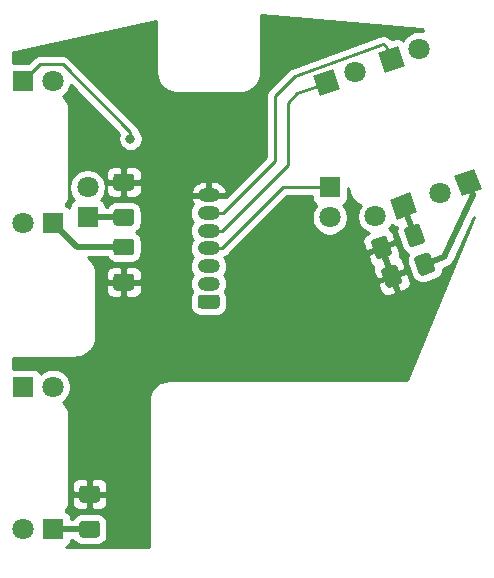
<source format=gbr>
%TF.GenerationSoftware,KiCad,Pcbnew,5.1.6-c6e7f7d~86~ubuntu18.04.1*%
%TF.CreationDate,2021-04-26T01:39:18-07:00*%
%TF.ProjectId,thumb_cluster_right,7468756d-625f-4636-9c75-737465725f72,rev?*%
%TF.SameCoordinates,Original*%
%TF.FileFunction,Copper,L2,Bot*%
%TF.FilePolarity,Positive*%
%FSLAX46Y46*%
G04 Gerber Fmt 4.6, Leading zero omitted, Abs format (unit mm)*
G04 Created by KiCad (PCBNEW 5.1.6-c6e7f7d~86~ubuntu18.04.1) date 2021-04-26 01:39:18*
%MOMM*%
%LPD*%
G01*
G04 APERTURE LIST*
%TA.AperFunction,ComponentPad*%
%ADD10C,4.500000*%
%TD*%
%TA.AperFunction,ComponentPad*%
%ADD11R,1.800000X1.800000*%
%TD*%
%TA.AperFunction,ComponentPad*%
%ADD12C,1.800000*%
%TD*%
%TA.AperFunction,ComponentPad*%
%ADD13C,0.100000*%
%TD*%
%TA.AperFunction,ComponentPad*%
%ADD14O,1.870000X1.170000*%
%TD*%
%TA.AperFunction,ViaPad*%
%ADD15C,0.800000*%
%TD*%
%TA.AperFunction,Conductor*%
%ADD16C,0.500000*%
%TD*%
%TA.AperFunction,Conductor*%
%ADD17C,0.250000*%
%TD*%
%TA.AperFunction,Conductor*%
%ADD18C,0.254000*%
%TD*%
G04 APERTURE END LIST*
D10*
%TO.P,H2,1*%
%TO.N,GND*%
X135731126Y-66312121D03*
%TD*%
%TO.P,H1,1*%
%TO.N,GND*%
X158154844Y-91366079D03*
%TD*%
%TO.P,R2,2*%
%TO.N,Net-(IR2-Pad1)*%
%TA.AperFunction,SMDPad,CuDef*%
G36*
G01*
X136195000Y-83285418D02*
X134945000Y-83285418D01*
G75*
G02*
X134695000Y-83035418I0J250000D01*
G01*
X134695000Y-82110418D01*
G75*
G02*
X134945000Y-81860418I250000J0D01*
G01*
X136195000Y-81860418D01*
G75*
G02*
X136445000Y-82110418I0J-250000D01*
G01*
X136445000Y-83035418D01*
G75*
G02*
X136195000Y-83285418I-250000J0D01*
G01*
G37*
%TD.AperFunction*%
%TO.P,R2,1*%
%TO.N,GND*%
%TA.AperFunction,SMDPad,CuDef*%
G36*
G01*
X136195000Y-86260418D02*
X134945000Y-86260418D01*
G75*
G02*
X134695000Y-86010418I0J250000D01*
G01*
X134695000Y-85085418D01*
G75*
G02*
X134945000Y-84835418I250000J0D01*
G01*
X136195000Y-84835418D01*
G75*
G02*
X136445000Y-85085418I0J-250000D01*
G01*
X136445000Y-86010418D01*
G75*
G02*
X136195000Y-86260418I-250000J0D01*
G01*
G37*
%TD.AperFunction*%
%TD*%
%TO.P,R5,2*%
%TO.N,Net-(IR5-Pad1)*%
%TA.AperFunction,SMDPad,CuDef*%
G36*
G01*
X160598432Y-84856881D02*
X160170907Y-83682265D01*
G75*
G02*
X160320325Y-83361837I234923J85505D01*
G01*
X161189540Y-83045469D01*
G75*
G02*
X161509968Y-83194887I85505J-234923D01*
G01*
X161937493Y-84369503D01*
G75*
G02*
X161788075Y-84689931I-234923J-85505D01*
G01*
X160918860Y-85006299D01*
G75*
G02*
X160598432Y-84856881I-85505J234923D01*
G01*
G37*
%TD.AperFunction*%
%TO.P,R5,1*%
%TO.N,GND*%
%TA.AperFunction,SMDPad,CuDef*%
G36*
G01*
X157802846Y-85874391D02*
X157375321Y-84699775D01*
G75*
G02*
X157524739Y-84379347I234923J85505D01*
G01*
X158393954Y-84062979D01*
G75*
G02*
X158714382Y-84212397I85505J-234923D01*
G01*
X159141907Y-85387013D01*
G75*
G02*
X158992489Y-85707441I-234923J-85505D01*
G01*
X158123274Y-86023809D01*
G75*
G02*
X157802846Y-85874391I-85505J234923D01*
G01*
G37*
%TD.AperFunction*%
%TD*%
%TO.P,R4,2*%
%TO.N,Net-(IR4-Pad1)*%
%TA.AperFunction,SMDPad,CuDef*%
G36*
G01*
X159715882Y-82432095D02*
X159288357Y-81257479D01*
G75*
G02*
X159437775Y-80937051I234923J85505D01*
G01*
X160306990Y-80620683D01*
G75*
G02*
X160627418Y-80770101I85505J-234923D01*
G01*
X161054943Y-81944717D01*
G75*
G02*
X160905525Y-82265145I-234923J-85505D01*
G01*
X160036310Y-82581513D01*
G75*
G02*
X159715882Y-82432095I-85505J234923D01*
G01*
G37*
%TD.AperFunction*%
%TO.P,R4,1*%
%TO.N,GND*%
%TA.AperFunction,SMDPad,CuDef*%
G36*
G01*
X156920296Y-83449605D02*
X156492771Y-82274989D01*
G75*
G02*
X156642189Y-81954561I234923J85505D01*
G01*
X157511404Y-81638193D01*
G75*
G02*
X157831832Y-81787611I85505J-234923D01*
G01*
X158259357Y-82962227D01*
G75*
G02*
X158109939Y-83282655I-234923J-85505D01*
G01*
X157240724Y-83599023D01*
G75*
G02*
X156920296Y-83449605I-85505J234923D01*
G01*
G37*
%TD.AperFunction*%
%TD*%
%TO.P,R3,2*%
%TO.N,Net-(IR3-Pad1)*%
%TA.AperFunction,SMDPad,CuDef*%
G36*
G01*
X134945000Y-79345000D02*
X136195000Y-79345000D01*
G75*
G02*
X136445000Y-79595000I0J-250000D01*
G01*
X136445000Y-80520000D01*
G75*
G02*
X136195000Y-80770000I-250000J0D01*
G01*
X134945000Y-80770000D01*
G75*
G02*
X134695000Y-80520000I0J250000D01*
G01*
X134695000Y-79595000D01*
G75*
G02*
X134945000Y-79345000I250000J0D01*
G01*
G37*
%TD.AperFunction*%
%TO.P,R3,1*%
%TO.N,GND*%
%TA.AperFunction,SMDPad,CuDef*%
G36*
G01*
X134945000Y-76370000D02*
X136195000Y-76370000D01*
G75*
G02*
X136445000Y-76620000I0J-250000D01*
G01*
X136445000Y-77545000D01*
G75*
G02*
X136195000Y-77795000I-250000J0D01*
G01*
X134945000Y-77795000D01*
G75*
G02*
X134695000Y-77545000I0J250000D01*
G01*
X134695000Y-76620000D01*
G75*
G02*
X134945000Y-76370000I250000J0D01*
G01*
G37*
%TD.AperFunction*%
%TD*%
%TO.P,R1,2*%
%TO.N,Net-(IR1-Pad1)*%
%TA.AperFunction,SMDPad,CuDef*%
G36*
G01*
X132045000Y-105760416D02*
X133295000Y-105760416D01*
G75*
G02*
X133545000Y-106010416I0J-250000D01*
G01*
X133545000Y-106935416D01*
G75*
G02*
X133295000Y-107185416I-250000J0D01*
G01*
X132045000Y-107185416D01*
G75*
G02*
X131795000Y-106935416I0J250000D01*
G01*
X131795000Y-106010416D01*
G75*
G02*
X132045000Y-105760416I250000J0D01*
G01*
G37*
%TD.AperFunction*%
%TO.P,R1,1*%
%TO.N,GND*%
%TA.AperFunction,SMDPad,CuDef*%
G36*
G01*
X132045000Y-102785416D02*
X133295000Y-102785416D01*
G75*
G02*
X133545000Y-103035416I0J-250000D01*
G01*
X133545000Y-103960416D01*
G75*
G02*
X133295000Y-104210416I-250000J0D01*
G01*
X132045000Y-104210416D01*
G75*
G02*
X131795000Y-103960416I0J250000D01*
G01*
X131795000Y-103035416D01*
G75*
G02*
X132045000Y-102785416I250000J0D01*
G01*
G37*
%TD.AperFunction*%
%TD*%
D11*
%TO.P,PT2,1*%
%TO.N,C2*%
X127030000Y-68524999D03*
D12*
%TO.P,PT2,2*%
%TO.N,+5V*%
X129570000Y-68524999D03*
%TD*%
%TA.AperFunction,ComponentPad*%
D13*
%TO.P,PT5,1*%
%TO.N,C5*%
G36*
X157669446Y-67826172D02*
G01*
X157053810Y-66134726D01*
X158745256Y-65519090D01*
X159360892Y-67210536D01*
X157669446Y-67826172D01*
G37*
%TD.AperFunction*%
D12*
%TO.P,PT5,2*%
%TO.N,+5V*%
X160594170Y-65803900D03*
%TD*%
%TA.AperFunction,ComponentPad*%
D13*
%TO.P,PT4,1*%
%TO.N,C4*%
G36*
X152219229Y-69809889D02*
G01*
X151603593Y-68118443D01*
X153295039Y-67502807D01*
X153910675Y-69194253D01*
X152219229Y-69809889D01*
G37*
%TD.AperFunction*%
D12*
%TO.P,PT4,2*%
%TO.N,+5V*%
X155143953Y-67787617D03*
%TD*%
D11*
%TO.P,PT3,1*%
%TO.N,C3*%
X152999999Y-77530000D03*
D12*
%TO.P,PT3,2*%
%TO.N,+5V*%
X152999999Y-80070000D03*
%TD*%
D11*
%TO.P,PT1,1*%
%TO.N,C1*%
X127030000Y-94422918D03*
D12*
%TO.P,PT1,2*%
%TO.N,+5V*%
X129570000Y-94422918D03*
%TD*%
D14*
%TO.P,J1,7*%
%TO.N,GND*%
X142750000Y-78200000D03*
%TO.P,J1,6*%
%TO.N,C5*%
X142750000Y-79700000D03*
%TO.P,J1,5*%
%TO.N,C4*%
X142750000Y-81200000D03*
%TO.P,J1,4*%
%TO.N,C3*%
X142750000Y-82700000D03*
%TO.P,J1,3*%
%TO.N,C2*%
X142750000Y-84200000D03*
%TO.P,J1,2*%
%TO.N,C1*%
X142750000Y-85700000D03*
%TO.P,J1,1*%
%TO.N,+5V*%
%TA.AperFunction,ComponentPad*%
G36*
G01*
X143435001Y-87785000D02*
X142064999Y-87785000D01*
G75*
G02*
X141815000Y-87535001I0J249999D01*
G01*
X141815000Y-86864999D01*
G75*
G02*
X142064999Y-86615000I249999J0D01*
G01*
X143435001Y-86615000D01*
G75*
G02*
X143685000Y-86864999I0J-249999D01*
G01*
X143685000Y-87535001D01*
G75*
G02*
X143435001Y-87785000I-249999J0D01*
G01*
G37*
%TD.AperFunction*%
%TD*%
D11*
%TO.P,IR2,1*%
%TO.N,Net-(IR2-Pad1)*%
X129570000Y-80574999D03*
D12*
%TO.P,IR2,2*%
%TO.N,+5V*%
X127030000Y-80574999D03*
%TD*%
%TA.AperFunction,ComponentPad*%
D13*
%TO.P,IR5,1*%
%TO.N,Net-(IR5-Pad1)*%
G36*
X165253418Y-75973655D02*
G01*
X165869054Y-77665101D01*
X164177608Y-78280737D01*
X163561972Y-76589291D01*
X165253418Y-75973655D01*
G37*
%TD.AperFunction*%
D12*
%TO.P,IR5,2*%
%TO.N,+5V*%
X162328694Y-77995927D03*
%TD*%
%TA.AperFunction,ComponentPad*%
D13*
%TO.P,IR4,1*%
%TO.N,Net-(IR4-Pad1)*%
G36*
X159803201Y-77957372D02*
G01*
X160418837Y-79648818D01*
X158727391Y-80264454D01*
X158111755Y-78573008D01*
X159803201Y-77957372D01*
G37*
%TD.AperFunction*%
D12*
%TO.P,IR4,2*%
%TO.N,+5V*%
X156878477Y-79979644D03*
%TD*%
D11*
%TO.P,IR3,1*%
%TO.N,Net-(IR3-Pad1)*%
X132500001Y-80070000D03*
D12*
%TO.P,IR3,2*%
%TO.N,+5V*%
X132500001Y-77530000D03*
%TD*%
D11*
%TO.P,IR1,1*%
%TO.N,Net-(IR1-Pad1)*%
X129570000Y-106472918D03*
D12*
%TO.P,IR1,2*%
%TO.N,+5V*%
X127030000Y-106472918D03*
%TD*%
D15*
%TO.N,C2*%
X136131126Y-73412123D03*
%TD*%
D16*
%TO.N,Net-(IR1-Pad1)*%
X129570000Y-106472918D02*
X132250000Y-106472918D01*
%TO.N,Net-(IR2-Pad1)*%
X131567920Y-82572918D02*
X135570000Y-82572918D01*
X129570000Y-80574999D02*
X131567920Y-82572918D01*
%TO.N,Net-(IR3-Pad1)*%
X134987501Y-80070000D02*
X135000001Y-80057500D01*
X132500001Y-80070000D02*
X134987501Y-80070000D01*
%TO.N,Net-(IR4-Pad1)*%
X159265296Y-79110913D02*
X160171651Y-81601098D01*
%TO.N,Net-(IR5-Pad1)*%
X164715513Y-77127196D02*
X165109624Y-78210006D01*
X162672255Y-83436960D02*
X161054199Y-84025884D01*
X165109624Y-78210006D02*
X162672255Y-83436960D01*
D17*
%TO.N,C3*%
X142750000Y-82700000D02*
X143913482Y-82700000D01*
X152999999Y-77530000D02*
X149083482Y-77530000D01*
X149083482Y-77530000D02*
X143913482Y-82700000D01*
%TO.N,C4*%
X150263299Y-69564030D02*
X150263298Y-69564029D01*
X152757134Y-68656348D02*
X150263299Y-69564030D01*
X149457134Y-70370195D02*
X150263299Y-69564030D01*
X142750000Y-81200000D02*
X143913482Y-81200000D01*
X149457134Y-75656348D02*
X149457134Y-70370195D01*
X143913482Y-81200000D02*
X149457134Y-75656348D01*
%TO.N,C5*%
X157796927Y-65545000D02*
X158207351Y-66672631D01*
X150024163Y-68125836D02*
X157497969Y-65405594D01*
X143935000Y-79700000D02*
X148357134Y-75277866D01*
X142750000Y-79700000D02*
X143935000Y-79700000D01*
X148357134Y-69792866D02*
X150024163Y-68125836D01*
X148357134Y-75277866D02*
X148357134Y-69792866D01*
X157497969Y-65405594D02*
X157796927Y-65545000D01*
%TO.N,C2*%
X127030000Y-68524999D02*
X128442878Y-67112121D01*
X130396809Y-67112121D02*
X136131126Y-72846438D01*
X128442878Y-67112121D02*
X130396809Y-67112121D01*
X136131126Y-72846438D02*
X136131126Y-73412123D01*
%TD*%
D18*
%TO.N,GND*%
G36*
X160744782Y-64138577D02*
G01*
X160827857Y-64146241D01*
X160839358Y-64149642D01*
X160849985Y-64155214D01*
X160859329Y-64162746D01*
X160867029Y-64171945D01*
X160884249Y-64203362D01*
X160920805Y-64303799D01*
X160745354Y-64268900D01*
X160442986Y-64268900D01*
X160146427Y-64327889D01*
X159867075Y-64443601D01*
X159615665Y-64611588D01*
X159401858Y-64825395D01*
X159233871Y-65076805D01*
X159224412Y-65099640D01*
X159215692Y-65088015D01*
X159122554Y-65004520D01*
X159014917Y-64940800D01*
X158896917Y-64899304D01*
X158773088Y-64881625D01*
X158648190Y-64888444D01*
X158527023Y-64919498D01*
X158321278Y-64994383D01*
X158248496Y-64929138D01*
X158248495Y-64929137D01*
X158197698Y-64899066D01*
X158119670Y-64852874D01*
X158084276Y-64840427D01*
X157852996Y-64732580D01*
X157820712Y-64713468D01*
X157679484Y-64663803D01*
X157531280Y-64642644D01*
X157531279Y-64642644D01*
X157382803Y-64650751D01*
X157381796Y-64650806D01*
X157273115Y-64678659D01*
X157273108Y-64678661D01*
X157236776Y-64687973D01*
X157202960Y-64704193D01*
X149783728Y-67404573D01*
X149731916Y-67420290D01*
X149680501Y-67447772D01*
X149627988Y-67472960D01*
X149614626Y-67482983D01*
X149599886Y-67490862D01*
X149554844Y-67527828D01*
X149508230Y-67562794D01*
X149472107Y-67603090D01*
X147846132Y-69229067D01*
X147817134Y-69252865D01*
X147793336Y-69281863D01*
X147793335Y-69281864D01*
X147722160Y-69368591D01*
X147651588Y-69500620D01*
X147621314Y-69600424D01*
X147608132Y-69643880D01*
X147603150Y-69694462D01*
X147593458Y-69792866D01*
X147597135Y-69830194D01*
X147597134Y-74963064D01*
X144185369Y-78374830D01*
X144153624Y-78327000D01*
X142877000Y-78327000D01*
X142877000Y-78347000D01*
X142623000Y-78347000D01*
X142623000Y-78327000D01*
X141346376Y-78327000D01*
X141221434Y-78515250D01*
X141224265Y-78549541D01*
X141315048Y-78772199D01*
X141434585Y-78953265D01*
X141380699Y-79018925D01*
X141267413Y-79230867D01*
X141197652Y-79460838D01*
X141174097Y-79700000D01*
X141197652Y-79939162D01*
X141267413Y-80169133D01*
X141380699Y-80381075D01*
X141437264Y-80450000D01*
X141380699Y-80518925D01*
X141267413Y-80730867D01*
X141197652Y-80960838D01*
X141174097Y-81200000D01*
X141197652Y-81439162D01*
X141267413Y-81669133D01*
X141380699Y-81881075D01*
X141437264Y-81950000D01*
X141380699Y-82018925D01*
X141267413Y-82230867D01*
X141197652Y-82460838D01*
X141174097Y-82700000D01*
X141197652Y-82939162D01*
X141267413Y-83169133D01*
X141380699Y-83381075D01*
X141437264Y-83450000D01*
X141380699Y-83518925D01*
X141267413Y-83730867D01*
X141197652Y-83960838D01*
X141174097Y-84200000D01*
X141197652Y-84439162D01*
X141267413Y-84669133D01*
X141380699Y-84881075D01*
X141437264Y-84950000D01*
X141380699Y-85018925D01*
X141267413Y-85230867D01*
X141197652Y-85460838D01*
X141174097Y-85700000D01*
X141197652Y-85939162D01*
X141267413Y-86169133D01*
X141356297Y-86335422D01*
X141326595Y-86371613D01*
X141244528Y-86525149D01*
X141193992Y-86691745D01*
X141176928Y-86864999D01*
X141176928Y-87535001D01*
X141193992Y-87708255D01*
X141244528Y-87874851D01*
X141326595Y-88028387D01*
X141437038Y-88162962D01*
X141571613Y-88273405D01*
X141725149Y-88355472D01*
X141891745Y-88406008D01*
X142064999Y-88423072D01*
X143435001Y-88423072D01*
X143608255Y-88406008D01*
X143774851Y-88355472D01*
X143928387Y-88273405D01*
X144062962Y-88162962D01*
X144173405Y-88028387D01*
X144255472Y-87874851D01*
X144306008Y-87708255D01*
X144323072Y-87535001D01*
X144323072Y-86864999D01*
X144306008Y-86691745D01*
X144255472Y-86525149D01*
X144173405Y-86371613D01*
X144143703Y-86335422D01*
X144232587Y-86169133D01*
X144302348Y-85939162D01*
X144318734Y-85772783D01*
X157090110Y-85772783D01*
X157288759Y-86327548D01*
X157342855Y-86440330D01*
X157417914Y-86540390D01*
X157511053Y-86623884D01*
X157618690Y-86687604D01*
X157736690Y-86729100D01*
X157860518Y-86746780D01*
X157985416Y-86739961D01*
X158106584Y-86708906D01*
X158506547Y-86560062D01*
X158601428Y-86356590D01*
X158182710Y-85206172D01*
X157184991Y-85569311D01*
X157090110Y-85772783D01*
X144318734Y-85772783D01*
X144325903Y-85700000D01*
X144302348Y-85460838D01*
X144232587Y-85230867D01*
X144119301Y-85018925D01*
X144062736Y-84950000D01*
X144119301Y-84881075D01*
X144232587Y-84669133D01*
X144302348Y-84439162D01*
X144325903Y-84200000D01*
X144302348Y-83960838D01*
X144232587Y-83730867D01*
X144119301Y-83518925D01*
X144062736Y-83450000D01*
X144063914Y-83448564D01*
X144205729Y-83405546D01*
X144313394Y-83347997D01*
X156207560Y-83347997D01*
X156406209Y-83902762D01*
X156460305Y-84015544D01*
X156535364Y-84115604D01*
X156628503Y-84199098D01*
X156696083Y-84239105D01*
X156670030Y-84313191D01*
X156652350Y-84437020D01*
X156659169Y-84561918D01*
X156690224Y-84683086D01*
X156894646Y-85235749D01*
X157098118Y-85330629D01*
X157678746Y-85119298D01*
X158421392Y-85119298D01*
X158840110Y-86269717D01*
X159043582Y-86364598D01*
X159445646Y-86221527D01*
X159558428Y-86167431D01*
X159658488Y-86092372D01*
X159741982Y-85999233D01*
X159805702Y-85891597D01*
X159847198Y-85773597D01*
X159864878Y-85649768D01*
X159858059Y-85524870D01*
X159827004Y-85403702D01*
X159622582Y-84851039D01*
X159419110Y-84756159D01*
X158421392Y-85119298D01*
X157678746Y-85119298D01*
X158095836Y-84967490D01*
X157718878Y-83931805D01*
X157718878Y-83931804D01*
X157300160Y-82781386D01*
X156302441Y-83144525D01*
X156207560Y-83347997D01*
X144313394Y-83347997D01*
X144337758Y-83334974D01*
X144453483Y-83240001D01*
X144477286Y-83210997D01*
X149398284Y-78290000D01*
X151461927Y-78290000D01*
X151461927Y-78430000D01*
X151474187Y-78554482D01*
X151510497Y-78674180D01*
X151569462Y-78784494D01*
X151648814Y-78881185D01*
X151745505Y-78960537D01*
X151855819Y-79019502D01*
X151874126Y-79025056D01*
X151807687Y-79091495D01*
X151639700Y-79342905D01*
X151523988Y-79622257D01*
X151464999Y-79918816D01*
X151464999Y-80221184D01*
X151523988Y-80517743D01*
X151639700Y-80797095D01*
X151807687Y-81048505D01*
X152021494Y-81262312D01*
X152272904Y-81430299D01*
X152552256Y-81546011D01*
X152848815Y-81605000D01*
X153151183Y-81605000D01*
X153447742Y-81546011D01*
X153727094Y-81430299D01*
X153978504Y-81262312D01*
X154192311Y-81048505D01*
X154360298Y-80797095D01*
X154476010Y-80517743D01*
X154534999Y-80221184D01*
X154534999Y-79918816D01*
X154476010Y-79622257D01*
X154360298Y-79342905D01*
X154192311Y-79091495D01*
X154125872Y-79025056D01*
X154144179Y-79019502D01*
X154254493Y-78960537D01*
X154351184Y-78881185D01*
X154430536Y-78784494D01*
X154489501Y-78674180D01*
X154525811Y-78554482D01*
X154538071Y-78430000D01*
X154538071Y-77613521D01*
X154729602Y-78139748D01*
X154743248Y-78168199D01*
X154745290Y-78173932D01*
X154749724Y-78183187D01*
X154835278Y-78358601D01*
X154870202Y-78415371D01*
X154904297Y-78472565D01*
X154910444Y-78480783D01*
X155028441Y-78636238D01*
X155073713Y-78685127D01*
X155118278Y-78734622D01*
X155125904Y-78741489D01*
X155271849Y-78871064D01*
X155325769Y-78910239D01*
X155379084Y-78950124D01*
X155387898Y-78955380D01*
X155556232Y-79054141D01*
X155616762Y-79082110D01*
X155628352Y-79087663D01*
X155518178Y-79252549D01*
X155402466Y-79531901D01*
X155343477Y-79828460D01*
X155343477Y-80130828D01*
X155402466Y-80427387D01*
X155518178Y-80706739D01*
X155686165Y-80958149D01*
X155899972Y-81171956D01*
X156151382Y-81339943D01*
X156299331Y-81401226D01*
X156189032Y-81440475D01*
X156076250Y-81494571D01*
X155976190Y-81569630D01*
X155892696Y-81662769D01*
X155828976Y-81770405D01*
X155787480Y-81888405D01*
X155769800Y-82012234D01*
X155776619Y-82137132D01*
X155807674Y-82258300D01*
X156012096Y-82810963D01*
X156215568Y-82905843D01*
X156796196Y-82694512D01*
X157538842Y-82694512D01*
X157915800Y-83730197D01*
X157915800Y-83730198D01*
X158334518Y-84880616D01*
X159332237Y-84517477D01*
X159427118Y-84314005D01*
X159228469Y-83759240D01*
X159174373Y-83646458D01*
X159099314Y-83546398D01*
X159006175Y-83462904D01*
X158938595Y-83422897D01*
X158964648Y-83348811D01*
X158982328Y-83224982D01*
X158975509Y-83100084D01*
X158944454Y-82978916D01*
X158740032Y-82426253D01*
X158536560Y-82331373D01*
X157538842Y-82694512D01*
X156796196Y-82694512D01*
X157213286Y-82542704D01*
X157206445Y-82523910D01*
X157445128Y-82437037D01*
X157451968Y-82455830D01*
X158449687Y-82092691D01*
X158544568Y-81889219D01*
X158345919Y-81334454D01*
X158291823Y-81221672D01*
X158216764Y-81121612D01*
X158123625Y-81038118D01*
X158040204Y-80988734D01*
X158070789Y-80958149D01*
X158238776Y-80706739D01*
X158248235Y-80683904D01*
X158256955Y-80695529D01*
X158350093Y-80779024D01*
X158457730Y-80842744D01*
X158575730Y-80884240D01*
X158682265Y-80899450D01*
X158660658Y-80960892D01*
X158636053Y-81133237D01*
X158645544Y-81307070D01*
X158688765Y-81475712D01*
X159116290Y-82650328D01*
X159191582Y-82807298D01*
X159296049Y-82946562D01*
X159425679Y-83062771D01*
X159575489Y-83151456D01*
X159630867Y-83170931D01*
X159600964Y-83221444D01*
X159543208Y-83385678D01*
X159518603Y-83558023D01*
X159528094Y-83731856D01*
X159571315Y-83900498D01*
X159998840Y-85075114D01*
X160074132Y-85232084D01*
X160178599Y-85371348D01*
X160308229Y-85487557D01*
X160458039Y-85576242D01*
X160622272Y-85633998D01*
X160794617Y-85658603D01*
X160968451Y-85649112D01*
X161137093Y-85605891D01*
X162006308Y-85289523D01*
X162163278Y-85214231D01*
X162302543Y-85109763D01*
X162418751Y-84980134D01*
X162507436Y-84830324D01*
X162565192Y-84666090D01*
X162589797Y-84493745D01*
X162585248Y-84410425D01*
X162934093Y-84283456D01*
X162976407Y-84272611D01*
X163015793Y-84253719D01*
X163015797Y-84253718D01*
X163133590Y-84197218D01*
X163273044Y-84092607D01*
X163389411Y-83962802D01*
X163435693Y-83884620D01*
X163455963Y-83850380D01*
X163455964Y-83850377D01*
X163478217Y-83812787D01*
X163492710Y-83771576D01*
X165229337Y-80047368D01*
X159580177Y-93865000D01*
X139363895Y-93865000D01*
X139332496Y-93868093D01*
X139326402Y-93868050D01*
X139316188Y-93869051D01*
X139122091Y-93889452D01*
X139056843Y-93902845D01*
X138991402Y-93915329D01*
X138981577Y-93918295D01*
X138795139Y-93976007D01*
X138733720Y-94001825D01*
X138671962Y-94026777D01*
X138662901Y-94031595D01*
X138491224Y-94124420D01*
X138435977Y-94161685D01*
X138380252Y-94198150D01*
X138372299Y-94204636D01*
X138221921Y-94329040D01*
X138174944Y-94376346D01*
X138127387Y-94422917D01*
X138120845Y-94430824D01*
X137997495Y-94582066D01*
X137960608Y-94637585D01*
X137922994Y-94692520D01*
X137918112Y-94701547D01*
X137826487Y-94873869D01*
X137801086Y-94935496D01*
X137774859Y-94996689D01*
X137771824Y-95006492D01*
X137715415Y-95193328D01*
X137702467Y-95258720D01*
X137688626Y-95323836D01*
X137687553Y-95334042D01*
X137668508Y-95528276D01*
X137668508Y-95528287D01*
X137665001Y-95563895D01*
X137665000Y-107958645D01*
X130716365Y-107961252D01*
X130824494Y-107903455D01*
X130921185Y-107824103D01*
X131000537Y-107727412D01*
X131059502Y-107617098D01*
X131095812Y-107497400D01*
X131108072Y-107372918D01*
X131108072Y-107357918D01*
X131268707Y-107357918D01*
X131306595Y-107428802D01*
X131417038Y-107563378D01*
X131551614Y-107673821D01*
X131705150Y-107755888D01*
X131871746Y-107806424D01*
X132045000Y-107823488D01*
X133295000Y-107823488D01*
X133468254Y-107806424D01*
X133634850Y-107755888D01*
X133788386Y-107673821D01*
X133922962Y-107563378D01*
X134033405Y-107428802D01*
X134115472Y-107275266D01*
X134166008Y-107108670D01*
X134183072Y-106935416D01*
X134183072Y-106010416D01*
X134166008Y-105837162D01*
X134115472Y-105670566D01*
X134033405Y-105517030D01*
X133922962Y-105382454D01*
X133788386Y-105272011D01*
X133634850Y-105189944D01*
X133468254Y-105139408D01*
X133295000Y-105122344D01*
X132045000Y-105122344D01*
X131871746Y-105139408D01*
X131705150Y-105189944D01*
X131551614Y-105272011D01*
X131417038Y-105382454D01*
X131306595Y-105517030D01*
X131268704Y-105587918D01*
X131108072Y-105587918D01*
X131108072Y-105572918D01*
X131095812Y-105448436D01*
X131059502Y-105328738D01*
X131000537Y-105218424D01*
X130921185Y-105121733D01*
X130824494Y-105042381D01*
X130714180Y-104983416D01*
X130646155Y-104962781D01*
X130664374Y-104935359D01*
X130702007Y-104880398D01*
X130706888Y-104871371D01*
X130798513Y-104699049D01*
X130823919Y-104637410D01*
X130850141Y-104576229D01*
X130853176Y-104566426D01*
X130909585Y-104379590D01*
X130922533Y-104314198D01*
X130936374Y-104249082D01*
X130937447Y-104238876D01*
X130940237Y-104210416D01*
X131156928Y-104210416D01*
X131169188Y-104334898D01*
X131205498Y-104454596D01*
X131264463Y-104564910D01*
X131343815Y-104661601D01*
X131440506Y-104740953D01*
X131550820Y-104799918D01*
X131670518Y-104836228D01*
X131795000Y-104848488D01*
X132384250Y-104845416D01*
X132543000Y-104686666D01*
X132543000Y-103624916D01*
X132797000Y-103624916D01*
X132797000Y-104686666D01*
X132955750Y-104845416D01*
X133545000Y-104848488D01*
X133669482Y-104836228D01*
X133789180Y-104799918D01*
X133899494Y-104740953D01*
X133996185Y-104661601D01*
X134075537Y-104564910D01*
X134134502Y-104454596D01*
X134170812Y-104334898D01*
X134183072Y-104210416D01*
X134180000Y-103783666D01*
X134021250Y-103624916D01*
X132797000Y-103624916D01*
X132543000Y-103624916D01*
X131318750Y-103624916D01*
X131160000Y-103783666D01*
X131156928Y-104210416D01*
X130940237Y-104210416D01*
X130956492Y-104044643D01*
X130956492Y-104044631D01*
X130959999Y-104009023D01*
X130959999Y-102785416D01*
X131156928Y-102785416D01*
X131160000Y-103212166D01*
X131318750Y-103370916D01*
X132543000Y-103370916D01*
X132543000Y-102309166D01*
X132797000Y-102309166D01*
X132797000Y-103370916D01*
X134021250Y-103370916D01*
X134180000Y-103212166D01*
X134183072Y-102785416D01*
X134170812Y-102660934D01*
X134134502Y-102541236D01*
X134075537Y-102430922D01*
X133996185Y-102334231D01*
X133899494Y-102254879D01*
X133789180Y-102195914D01*
X133669482Y-102159604D01*
X133545000Y-102147344D01*
X132955750Y-102150416D01*
X132797000Y-102309166D01*
X132543000Y-102309166D01*
X132384250Y-102150416D01*
X131795000Y-102147344D01*
X131670518Y-102159604D01*
X131550820Y-102195914D01*
X131440506Y-102254879D01*
X131343815Y-102334231D01*
X131264463Y-102430922D01*
X131205498Y-102541236D01*
X131169188Y-102660934D01*
X131156928Y-102785416D01*
X130959999Y-102785416D01*
X130959999Y-96886813D01*
X130956906Y-96855414D01*
X130956949Y-96849320D01*
X130955948Y-96839106D01*
X130935547Y-96645009D01*
X130922144Y-96579713D01*
X130909669Y-96514318D01*
X130906703Y-96504494D01*
X130848991Y-96318057D01*
X130823177Y-96256646D01*
X130798222Y-96194881D01*
X130793404Y-96185820D01*
X130793404Y-96185819D01*
X130793401Y-96185815D01*
X130700579Y-96014143D01*
X130663315Y-95958898D01*
X130626851Y-95903174D01*
X130620365Y-95895221D01*
X130495962Y-95744842D01*
X130448670Y-95697879D01*
X130439234Y-95688243D01*
X130548505Y-95615230D01*
X130762312Y-95401423D01*
X130930299Y-95150013D01*
X131046011Y-94870661D01*
X131105000Y-94574102D01*
X131105000Y-94271734D01*
X131046011Y-93975175D01*
X130930299Y-93695823D01*
X130762312Y-93444413D01*
X130548505Y-93230606D01*
X130297095Y-93062619D01*
X130017743Y-92946907D01*
X129721184Y-92887918D01*
X129418816Y-92887918D01*
X129122257Y-92946907D01*
X128842905Y-93062619D01*
X128591495Y-93230606D01*
X128525056Y-93297045D01*
X128519502Y-93278738D01*
X128460537Y-93168424D01*
X128381185Y-93071733D01*
X128284494Y-92992381D01*
X128174180Y-92933416D01*
X128054482Y-92897106D01*
X127930000Y-92884846D01*
X126210000Y-92884846D01*
X126210000Y-91933959D01*
X131511106Y-91933959D01*
X131542505Y-91930866D01*
X131548599Y-91930909D01*
X131558813Y-91929908D01*
X131752909Y-91909507D01*
X131818150Y-91896115D01*
X131883599Y-91883630D01*
X131893424Y-91880664D01*
X132079862Y-91822952D01*
X132141314Y-91797120D01*
X132203041Y-91772180D01*
X132212103Y-91767363D01*
X132383780Y-91674537D01*
X132439061Y-91637249D01*
X132494748Y-91600808D01*
X132502701Y-91594323D01*
X132653078Y-91469920D01*
X132700056Y-91422613D01*
X132747613Y-91376042D01*
X132754155Y-91368135D01*
X132877506Y-91216892D01*
X132914405Y-91161355D01*
X132952009Y-91106435D01*
X132956884Y-91097419D01*
X132956888Y-91097413D01*
X132956890Y-91097407D01*
X133048514Y-90925086D01*
X133073912Y-90863465D01*
X133100141Y-90802269D01*
X133103176Y-90792466D01*
X133159585Y-90605630D01*
X133172533Y-90540238D01*
X133186374Y-90475122D01*
X133187447Y-90464916D01*
X133206492Y-90270683D01*
X133206492Y-90270682D01*
X133210000Y-90235064D01*
X133210000Y-86260418D01*
X134056928Y-86260418D01*
X134069188Y-86384900D01*
X134105498Y-86504598D01*
X134164463Y-86614912D01*
X134243815Y-86711603D01*
X134340506Y-86790955D01*
X134450820Y-86849920D01*
X134570518Y-86886230D01*
X134695000Y-86898490D01*
X135284250Y-86895418D01*
X135443000Y-86736668D01*
X135443000Y-85674918D01*
X135697000Y-85674918D01*
X135697000Y-86736668D01*
X135855750Y-86895418D01*
X136445000Y-86898490D01*
X136569482Y-86886230D01*
X136689180Y-86849920D01*
X136799494Y-86790955D01*
X136896185Y-86711603D01*
X136975537Y-86614912D01*
X137034502Y-86504598D01*
X137070812Y-86384900D01*
X137083072Y-86260418D01*
X137080000Y-85833668D01*
X136921250Y-85674918D01*
X135697000Y-85674918D01*
X135443000Y-85674918D01*
X134218750Y-85674918D01*
X134060000Y-85833668D01*
X134056928Y-86260418D01*
X133210000Y-86260418D01*
X133210000Y-84835418D01*
X134056928Y-84835418D01*
X134060000Y-85262168D01*
X134218750Y-85420918D01*
X135443000Y-85420918D01*
X135443000Y-84359168D01*
X135697000Y-84359168D01*
X135697000Y-85420918D01*
X136921250Y-85420918D01*
X137080000Y-85262168D01*
X137083072Y-84835418D01*
X137070812Y-84710936D01*
X137034502Y-84591238D01*
X136975537Y-84480924D01*
X136896185Y-84384233D01*
X136799494Y-84304881D01*
X136689180Y-84245916D01*
X136569482Y-84209606D01*
X136445000Y-84197346D01*
X135855750Y-84200418D01*
X135697000Y-84359168D01*
X135443000Y-84359168D01*
X135284250Y-84200418D01*
X134695000Y-84197346D01*
X134570518Y-84209606D01*
X134450820Y-84245916D01*
X134340506Y-84304881D01*
X134243815Y-84384233D01*
X134164463Y-84480924D01*
X134105498Y-84591238D01*
X134069188Y-84710936D01*
X134056928Y-84835418D01*
X133210000Y-84835418D01*
X133210000Y-84762854D01*
X133206907Y-84731455D01*
X133206950Y-84725361D01*
X133205949Y-84715147D01*
X133185548Y-84521050D01*
X133172155Y-84455802D01*
X133159671Y-84390361D01*
X133156705Y-84380536D01*
X133098993Y-84194098D01*
X133073175Y-84132679D01*
X133048223Y-84070921D01*
X133043405Y-84061860D01*
X132950580Y-83890183D01*
X132913315Y-83834936D01*
X132876850Y-83779211D01*
X132870364Y-83771258D01*
X132745960Y-83620880D01*
X132698654Y-83573903D01*
X132652083Y-83526346D01*
X132644176Y-83519804D01*
X132568296Y-83457918D01*
X134168706Y-83457918D01*
X134206595Y-83528804D01*
X134317038Y-83663380D01*
X134451614Y-83773823D01*
X134605150Y-83855890D01*
X134771746Y-83906426D01*
X134945000Y-83923490D01*
X136195000Y-83923490D01*
X136368254Y-83906426D01*
X136534850Y-83855890D01*
X136688386Y-83773823D01*
X136822962Y-83663380D01*
X136933405Y-83528804D01*
X137015472Y-83375268D01*
X137066008Y-83208672D01*
X137083072Y-83035418D01*
X137083072Y-82110418D01*
X137066008Y-81937164D01*
X137015472Y-81770568D01*
X136933405Y-81617032D01*
X136822962Y-81482456D01*
X136688386Y-81372013D01*
X136582114Y-81315209D01*
X136688386Y-81258405D01*
X136822962Y-81147962D01*
X136933405Y-81013386D01*
X137015472Y-80859850D01*
X137066008Y-80693254D01*
X137083072Y-80520000D01*
X137083072Y-79595000D01*
X137066008Y-79421746D01*
X137015472Y-79255150D01*
X136933405Y-79101614D01*
X136822962Y-78967038D01*
X136688386Y-78856595D01*
X136534850Y-78774528D01*
X136368254Y-78723992D01*
X136195000Y-78706928D01*
X134945000Y-78706928D01*
X134771746Y-78723992D01*
X134605150Y-78774528D01*
X134451614Y-78856595D01*
X134317038Y-78967038D01*
X134206595Y-79101614D01*
X134162024Y-79185000D01*
X134038073Y-79185000D01*
X134038073Y-79170000D01*
X134025813Y-79045518D01*
X133989503Y-78925820D01*
X133930538Y-78815506D01*
X133851186Y-78718815D01*
X133754495Y-78639463D01*
X133644181Y-78580498D01*
X133625874Y-78574944D01*
X133692313Y-78508505D01*
X133860300Y-78257095D01*
X133976012Y-77977743D01*
X134012361Y-77795000D01*
X134056928Y-77795000D01*
X134069188Y-77919482D01*
X134105498Y-78039180D01*
X134164463Y-78149494D01*
X134243815Y-78246185D01*
X134340506Y-78325537D01*
X134450820Y-78384502D01*
X134570518Y-78420812D01*
X134695000Y-78433072D01*
X135284250Y-78430000D01*
X135443000Y-78271250D01*
X135443000Y-77209500D01*
X135697000Y-77209500D01*
X135697000Y-78271250D01*
X135855750Y-78430000D01*
X136445000Y-78433072D01*
X136569482Y-78420812D01*
X136689180Y-78384502D01*
X136799494Y-78325537D01*
X136896185Y-78246185D01*
X136975537Y-78149494D01*
X137034502Y-78039180D01*
X137070812Y-77919482D01*
X137074232Y-77884750D01*
X141221434Y-77884750D01*
X141346376Y-78073000D01*
X142623000Y-78073000D01*
X142623000Y-76980000D01*
X142877000Y-76980000D01*
X142877000Y-78073000D01*
X144153624Y-78073000D01*
X144278566Y-77884750D01*
X144275735Y-77850459D01*
X144184952Y-77627801D01*
X144052474Y-77427132D01*
X143883393Y-77256164D01*
X143684207Y-77121467D01*
X143462570Y-77028218D01*
X143227000Y-76980000D01*
X142877000Y-76980000D01*
X142623000Y-76980000D01*
X142273000Y-76980000D01*
X142037430Y-77028218D01*
X141815793Y-77121467D01*
X141616607Y-77256164D01*
X141447526Y-77427132D01*
X141315048Y-77627801D01*
X141224265Y-77850459D01*
X141221434Y-77884750D01*
X137074232Y-77884750D01*
X137083072Y-77795000D01*
X137080000Y-77368250D01*
X136921250Y-77209500D01*
X135697000Y-77209500D01*
X135443000Y-77209500D01*
X134218750Y-77209500D01*
X134060000Y-77368250D01*
X134056928Y-77795000D01*
X134012361Y-77795000D01*
X134035001Y-77681184D01*
X134035001Y-77378816D01*
X133976012Y-77082257D01*
X133860300Y-76802905D01*
X133692313Y-76551495D01*
X133510818Y-76370000D01*
X134056928Y-76370000D01*
X134060000Y-76796750D01*
X134218750Y-76955500D01*
X135443000Y-76955500D01*
X135443000Y-75893750D01*
X135697000Y-75893750D01*
X135697000Y-76955500D01*
X136921250Y-76955500D01*
X137080000Y-76796750D01*
X137083072Y-76370000D01*
X137070812Y-76245518D01*
X137034502Y-76125820D01*
X136975537Y-76015506D01*
X136896185Y-75918815D01*
X136799494Y-75839463D01*
X136689180Y-75780498D01*
X136569482Y-75744188D01*
X136445000Y-75731928D01*
X135855750Y-75735000D01*
X135697000Y-75893750D01*
X135443000Y-75893750D01*
X135284250Y-75735000D01*
X134695000Y-75731928D01*
X134570518Y-75744188D01*
X134450820Y-75780498D01*
X134340506Y-75839463D01*
X134243815Y-75918815D01*
X134164463Y-76015506D01*
X134105498Y-76125820D01*
X134069188Y-76245518D01*
X134056928Y-76370000D01*
X133510818Y-76370000D01*
X133478506Y-76337688D01*
X133227096Y-76169701D01*
X132947744Y-76053989D01*
X132651185Y-75995000D01*
X132348817Y-75995000D01*
X132052258Y-76053989D01*
X131772906Y-76169701D01*
X131521496Y-76337688D01*
X131307689Y-76551495D01*
X131139702Y-76802905D01*
X131023990Y-77082257D01*
X130965001Y-77378816D01*
X130965001Y-77681184D01*
X131023990Y-77977743D01*
X131139702Y-78257095D01*
X131307689Y-78508505D01*
X131374128Y-78574944D01*
X131355821Y-78580498D01*
X131245507Y-78639463D01*
X131148816Y-78718815D01*
X131069464Y-78815506D01*
X131010499Y-78925820D01*
X130974189Y-79045518D01*
X130961929Y-79170000D01*
X130961929Y-79273461D01*
X130921185Y-79223814D01*
X130824494Y-79144462D01*
X130714180Y-79085497D01*
X130646154Y-79064862D01*
X130664406Y-79037391D01*
X130702005Y-78982479D01*
X130706883Y-78973457D01*
X130706888Y-78973450D01*
X130706891Y-78973442D01*
X130798511Y-78801131D01*
X130823914Y-78739499D01*
X130850140Y-78678310D01*
X130853175Y-78668507D01*
X130909584Y-78481671D01*
X130922532Y-78416279D01*
X130936373Y-78351163D01*
X130937446Y-78340957D01*
X130956319Y-78148481D01*
X130960000Y-78111104D01*
X130960000Y-70988894D01*
X130956907Y-70957495D01*
X130956950Y-70951401D01*
X130955949Y-70941187D01*
X130935548Y-70747090D01*
X130922155Y-70681842D01*
X130909671Y-70616401D01*
X130906705Y-70606576D01*
X130848993Y-70420138D01*
X130823156Y-70358675D01*
X130798221Y-70296959D01*
X130793404Y-70287898D01*
X130700578Y-70116220D01*
X130663290Y-70060939D01*
X130626849Y-70005252D01*
X130620364Y-69997299D01*
X130495961Y-69846922D01*
X130448654Y-69799944D01*
X130439233Y-69790324D01*
X130548505Y-69717311D01*
X130762312Y-69503504D01*
X130930299Y-69252094D01*
X131046011Y-68972742D01*
X131068677Y-68858790D01*
X135189854Y-72979968D01*
X135135900Y-73110225D01*
X135096126Y-73310184D01*
X135096126Y-73514062D01*
X135135900Y-73714021D01*
X135213921Y-73902379D01*
X135327189Y-74071897D01*
X135471352Y-74216060D01*
X135640870Y-74329328D01*
X135829228Y-74407349D01*
X136029187Y-74447123D01*
X136233065Y-74447123D01*
X136433024Y-74407349D01*
X136621382Y-74329328D01*
X136790900Y-74216060D01*
X136935063Y-74071897D01*
X137048331Y-73902379D01*
X137126352Y-73714021D01*
X137166126Y-73514062D01*
X137166126Y-73310184D01*
X137126352Y-73110225D01*
X137048331Y-72921867D01*
X136935063Y-72752349D01*
X136880113Y-72697399D01*
X136836672Y-72554191D01*
X136766100Y-72422162D01*
X136671127Y-72306437D01*
X136642130Y-72282640D01*
X130960613Y-66601124D01*
X130936810Y-66572120D01*
X130821085Y-66477147D01*
X130689056Y-66406575D01*
X130545795Y-66363118D01*
X130434142Y-66352121D01*
X130434131Y-66352121D01*
X130396809Y-66348445D01*
X130359487Y-66352121D01*
X128480200Y-66352121D01*
X128442877Y-66348445D01*
X128405554Y-66352121D01*
X128405545Y-66352121D01*
X128293892Y-66363118D01*
X128150631Y-66406575D01*
X128018602Y-66477147D01*
X127902877Y-66572120D01*
X127879079Y-66601118D01*
X127493270Y-66986927D01*
X126210448Y-66986927D01*
X126213745Y-66142685D01*
X126213703Y-66142242D01*
X126213834Y-66093838D01*
X126216197Y-66082069D01*
X126220797Y-66070995D01*
X126227464Y-66061017D01*
X126235943Y-66052526D01*
X126245908Y-66045843D01*
X126256979Y-66041224D01*
X126303308Y-66031844D01*
X126332720Y-66028449D01*
X138315001Y-63435564D01*
X138315000Y-67836104D01*
X138318093Y-67867503D01*
X138318050Y-67873598D01*
X138319051Y-67883812D01*
X138339452Y-68077908D01*
X138352844Y-68143149D01*
X138365329Y-68208598D01*
X138368295Y-68218423D01*
X138426007Y-68404861D01*
X138451831Y-68466293D01*
X138476777Y-68528037D01*
X138481595Y-68537099D01*
X138574420Y-68708775D01*
X138611657Y-68763982D01*
X138648150Y-68819748D01*
X138654636Y-68827701D01*
X138779039Y-68978078D01*
X138826346Y-69025056D01*
X138872917Y-69072613D01*
X138880824Y-69079155D01*
X139032066Y-69202505D01*
X139087559Y-69239374D01*
X139142520Y-69277007D01*
X139151547Y-69281888D01*
X139323869Y-69373513D01*
X139385508Y-69398919D01*
X139446689Y-69425141D01*
X139456492Y-69428176D01*
X139643328Y-69484585D01*
X139708720Y-69497533D01*
X139773836Y-69511374D01*
X139784042Y-69512447D01*
X139978275Y-69531492D01*
X139978277Y-69531492D01*
X140013895Y-69535000D01*
X145486105Y-69535000D01*
X145517504Y-69531907D01*
X145523598Y-69531950D01*
X145533812Y-69530949D01*
X145727908Y-69510548D01*
X145793149Y-69497156D01*
X145858598Y-69484671D01*
X145868423Y-69481705D01*
X146054861Y-69423993D01*
X146116293Y-69398169D01*
X146178037Y-69373223D01*
X146187099Y-69368405D01*
X146358775Y-69275580D01*
X146413982Y-69238343D01*
X146469748Y-69201850D01*
X146477701Y-69195364D01*
X146628078Y-69070961D01*
X146675056Y-69023654D01*
X146722613Y-68977083D01*
X146729155Y-68969176D01*
X146852505Y-68817934D01*
X146889374Y-68762441D01*
X146927007Y-68707480D01*
X146931888Y-68698453D01*
X147023513Y-68526131D01*
X147048919Y-68464492D01*
X147075141Y-68403311D01*
X147078176Y-68393508D01*
X147134585Y-68206672D01*
X147147533Y-68141280D01*
X147161374Y-68076164D01*
X147162447Y-68065958D01*
X147181492Y-67871725D01*
X147181492Y-67871723D01*
X147185000Y-67836105D01*
X147185000Y-62922746D01*
X160744782Y-64138577D01*
G37*
X160744782Y-64138577D02*
X160827857Y-64146241D01*
X160839358Y-64149642D01*
X160849985Y-64155214D01*
X160859329Y-64162746D01*
X160867029Y-64171945D01*
X160884249Y-64203362D01*
X160920805Y-64303799D01*
X160745354Y-64268900D01*
X160442986Y-64268900D01*
X160146427Y-64327889D01*
X159867075Y-64443601D01*
X159615665Y-64611588D01*
X159401858Y-64825395D01*
X159233871Y-65076805D01*
X159224412Y-65099640D01*
X159215692Y-65088015D01*
X159122554Y-65004520D01*
X159014917Y-64940800D01*
X158896917Y-64899304D01*
X158773088Y-64881625D01*
X158648190Y-64888444D01*
X158527023Y-64919498D01*
X158321278Y-64994383D01*
X158248496Y-64929138D01*
X158248495Y-64929137D01*
X158197698Y-64899066D01*
X158119670Y-64852874D01*
X158084276Y-64840427D01*
X157852996Y-64732580D01*
X157820712Y-64713468D01*
X157679484Y-64663803D01*
X157531280Y-64642644D01*
X157531279Y-64642644D01*
X157382803Y-64650751D01*
X157381796Y-64650806D01*
X157273115Y-64678659D01*
X157273108Y-64678661D01*
X157236776Y-64687973D01*
X157202960Y-64704193D01*
X149783728Y-67404573D01*
X149731916Y-67420290D01*
X149680501Y-67447772D01*
X149627988Y-67472960D01*
X149614626Y-67482983D01*
X149599886Y-67490862D01*
X149554844Y-67527828D01*
X149508230Y-67562794D01*
X149472107Y-67603090D01*
X147846132Y-69229067D01*
X147817134Y-69252865D01*
X147793336Y-69281863D01*
X147793335Y-69281864D01*
X147722160Y-69368591D01*
X147651588Y-69500620D01*
X147621314Y-69600424D01*
X147608132Y-69643880D01*
X147603150Y-69694462D01*
X147593458Y-69792866D01*
X147597135Y-69830194D01*
X147597134Y-74963064D01*
X144185369Y-78374830D01*
X144153624Y-78327000D01*
X142877000Y-78327000D01*
X142877000Y-78347000D01*
X142623000Y-78347000D01*
X142623000Y-78327000D01*
X141346376Y-78327000D01*
X141221434Y-78515250D01*
X141224265Y-78549541D01*
X141315048Y-78772199D01*
X141434585Y-78953265D01*
X141380699Y-79018925D01*
X141267413Y-79230867D01*
X141197652Y-79460838D01*
X141174097Y-79700000D01*
X141197652Y-79939162D01*
X141267413Y-80169133D01*
X141380699Y-80381075D01*
X141437264Y-80450000D01*
X141380699Y-80518925D01*
X141267413Y-80730867D01*
X141197652Y-80960838D01*
X141174097Y-81200000D01*
X141197652Y-81439162D01*
X141267413Y-81669133D01*
X141380699Y-81881075D01*
X141437264Y-81950000D01*
X141380699Y-82018925D01*
X141267413Y-82230867D01*
X141197652Y-82460838D01*
X141174097Y-82700000D01*
X141197652Y-82939162D01*
X141267413Y-83169133D01*
X141380699Y-83381075D01*
X141437264Y-83450000D01*
X141380699Y-83518925D01*
X141267413Y-83730867D01*
X141197652Y-83960838D01*
X141174097Y-84200000D01*
X141197652Y-84439162D01*
X141267413Y-84669133D01*
X141380699Y-84881075D01*
X141437264Y-84950000D01*
X141380699Y-85018925D01*
X141267413Y-85230867D01*
X141197652Y-85460838D01*
X141174097Y-85700000D01*
X141197652Y-85939162D01*
X141267413Y-86169133D01*
X141356297Y-86335422D01*
X141326595Y-86371613D01*
X141244528Y-86525149D01*
X141193992Y-86691745D01*
X141176928Y-86864999D01*
X141176928Y-87535001D01*
X141193992Y-87708255D01*
X141244528Y-87874851D01*
X141326595Y-88028387D01*
X141437038Y-88162962D01*
X141571613Y-88273405D01*
X141725149Y-88355472D01*
X141891745Y-88406008D01*
X142064999Y-88423072D01*
X143435001Y-88423072D01*
X143608255Y-88406008D01*
X143774851Y-88355472D01*
X143928387Y-88273405D01*
X144062962Y-88162962D01*
X144173405Y-88028387D01*
X144255472Y-87874851D01*
X144306008Y-87708255D01*
X144323072Y-87535001D01*
X144323072Y-86864999D01*
X144306008Y-86691745D01*
X144255472Y-86525149D01*
X144173405Y-86371613D01*
X144143703Y-86335422D01*
X144232587Y-86169133D01*
X144302348Y-85939162D01*
X144318734Y-85772783D01*
X157090110Y-85772783D01*
X157288759Y-86327548D01*
X157342855Y-86440330D01*
X157417914Y-86540390D01*
X157511053Y-86623884D01*
X157618690Y-86687604D01*
X157736690Y-86729100D01*
X157860518Y-86746780D01*
X157985416Y-86739961D01*
X158106584Y-86708906D01*
X158506547Y-86560062D01*
X158601428Y-86356590D01*
X158182710Y-85206172D01*
X157184991Y-85569311D01*
X157090110Y-85772783D01*
X144318734Y-85772783D01*
X144325903Y-85700000D01*
X144302348Y-85460838D01*
X144232587Y-85230867D01*
X144119301Y-85018925D01*
X144062736Y-84950000D01*
X144119301Y-84881075D01*
X144232587Y-84669133D01*
X144302348Y-84439162D01*
X144325903Y-84200000D01*
X144302348Y-83960838D01*
X144232587Y-83730867D01*
X144119301Y-83518925D01*
X144062736Y-83450000D01*
X144063914Y-83448564D01*
X144205729Y-83405546D01*
X144313394Y-83347997D01*
X156207560Y-83347997D01*
X156406209Y-83902762D01*
X156460305Y-84015544D01*
X156535364Y-84115604D01*
X156628503Y-84199098D01*
X156696083Y-84239105D01*
X156670030Y-84313191D01*
X156652350Y-84437020D01*
X156659169Y-84561918D01*
X156690224Y-84683086D01*
X156894646Y-85235749D01*
X157098118Y-85330629D01*
X157678746Y-85119298D01*
X158421392Y-85119298D01*
X158840110Y-86269717D01*
X159043582Y-86364598D01*
X159445646Y-86221527D01*
X159558428Y-86167431D01*
X159658488Y-86092372D01*
X159741982Y-85999233D01*
X159805702Y-85891597D01*
X159847198Y-85773597D01*
X159864878Y-85649768D01*
X159858059Y-85524870D01*
X159827004Y-85403702D01*
X159622582Y-84851039D01*
X159419110Y-84756159D01*
X158421392Y-85119298D01*
X157678746Y-85119298D01*
X158095836Y-84967490D01*
X157718878Y-83931805D01*
X157718878Y-83931804D01*
X157300160Y-82781386D01*
X156302441Y-83144525D01*
X156207560Y-83347997D01*
X144313394Y-83347997D01*
X144337758Y-83334974D01*
X144453483Y-83240001D01*
X144477286Y-83210997D01*
X149398284Y-78290000D01*
X151461927Y-78290000D01*
X151461927Y-78430000D01*
X151474187Y-78554482D01*
X151510497Y-78674180D01*
X151569462Y-78784494D01*
X151648814Y-78881185D01*
X151745505Y-78960537D01*
X151855819Y-79019502D01*
X151874126Y-79025056D01*
X151807687Y-79091495D01*
X151639700Y-79342905D01*
X151523988Y-79622257D01*
X151464999Y-79918816D01*
X151464999Y-80221184D01*
X151523988Y-80517743D01*
X151639700Y-80797095D01*
X151807687Y-81048505D01*
X152021494Y-81262312D01*
X152272904Y-81430299D01*
X152552256Y-81546011D01*
X152848815Y-81605000D01*
X153151183Y-81605000D01*
X153447742Y-81546011D01*
X153727094Y-81430299D01*
X153978504Y-81262312D01*
X154192311Y-81048505D01*
X154360298Y-80797095D01*
X154476010Y-80517743D01*
X154534999Y-80221184D01*
X154534999Y-79918816D01*
X154476010Y-79622257D01*
X154360298Y-79342905D01*
X154192311Y-79091495D01*
X154125872Y-79025056D01*
X154144179Y-79019502D01*
X154254493Y-78960537D01*
X154351184Y-78881185D01*
X154430536Y-78784494D01*
X154489501Y-78674180D01*
X154525811Y-78554482D01*
X154538071Y-78430000D01*
X154538071Y-77613521D01*
X154729602Y-78139748D01*
X154743248Y-78168199D01*
X154745290Y-78173932D01*
X154749724Y-78183187D01*
X154835278Y-78358601D01*
X154870202Y-78415371D01*
X154904297Y-78472565D01*
X154910444Y-78480783D01*
X155028441Y-78636238D01*
X155073713Y-78685127D01*
X155118278Y-78734622D01*
X155125904Y-78741489D01*
X155271849Y-78871064D01*
X155325769Y-78910239D01*
X155379084Y-78950124D01*
X155387898Y-78955380D01*
X155556232Y-79054141D01*
X155616762Y-79082110D01*
X155628352Y-79087663D01*
X155518178Y-79252549D01*
X155402466Y-79531901D01*
X155343477Y-79828460D01*
X155343477Y-80130828D01*
X155402466Y-80427387D01*
X155518178Y-80706739D01*
X155686165Y-80958149D01*
X155899972Y-81171956D01*
X156151382Y-81339943D01*
X156299331Y-81401226D01*
X156189032Y-81440475D01*
X156076250Y-81494571D01*
X155976190Y-81569630D01*
X155892696Y-81662769D01*
X155828976Y-81770405D01*
X155787480Y-81888405D01*
X155769800Y-82012234D01*
X155776619Y-82137132D01*
X155807674Y-82258300D01*
X156012096Y-82810963D01*
X156215568Y-82905843D01*
X156796196Y-82694512D01*
X157538842Y-82694512D01*
X157915800Y-83730197D01*
X157915800Y-83730198D01*
X158334518Y-84880616D01*
X159332237Y-84517477D01*
X159427118Y-84314005D01*
X159228469Y-83759240D01*
X159174373Y-83646458D01*
X159099314Y-83546398D01*
X159006175Y-83462904D01*
X158938595Y-83422897D01*
X158964648Y-83348811D01*
X158982328Y-83224982D01*
X158975509Y-83100084D01*
X158944454Y-82978916D01*
X158740032Y-82426253D01*
X158536560Y-82331373D01*
X157538842Y-82694512D01*
X156796196Y-82694512D01*
X157213286Y-82542704D01*
X157206445Y-82523910D01*
X157445128Y-82437037D01*
X157451968Y-82455830D01*
X158449687Y-82092691D01*
X158544568Y-81889219D01*
X158345919Y-81334454D01*
X158291823Y-81221672D01*
X158216764Y-81121612D01*
X158123625Y-81038118D01*
X158040204Y-80988734D01*
X158070789Y-80958149D01*
X158238776Y-80706739D01*
X158248235Y-80683904D01*
X158256955Y-80695529D01*
X158350093Y-80779024D01*
X158457730Y-80842744D01*
X158575730Y-80884240D01*
X158682265Y-80899450D01*
X158660658Y-80960892D01*
X158636053Y-81133237D01*
X158645544Y-81307070D01*
X158688765Y-81475712D01*
X159116290Y-82650328D01*
X159191582Y-82807298D01*
X159296049Y-82946562D01*
X159425679Y-83062771D01*
X159575489Y-83151456D01*
X159630867Y-83170931D01*
X159600964Y-83221444D01*
X159543208Y-83385678D01*
X159518603Y-83558023D01*
X159528094Y-83731856D01*
X159571315Y-83900498D01*
X159998840Y-85075114D01*
X160074132Y-85232084D01*
X160178599Y-85371348D01*
X160308229Y-85487557D01*
X160458039Y-85576242D01*
X160622272Y-85633998D01*
X160794617Y-85658603D01*
X160968451Y-85649112D01*
X161137093Y-85605891D01*
X162006308Y-85289523D01*
X162163278Y-85214231D01*
X162302543Y-85109763D01*
X162418751Y-84980134D01*
X162507436Y-84830324D01*
X162565192Y-84666090D01*
X162589797Y-84493745D01*
X162585248Y-84410425D01*
X162934093Y-84283456D01*
X162976407Y-84272611D01*
X163015793Y-84253719D01*
X163015797Y-84253718D01*
X163133590Y-84197218D01*
X163273044Y-84092607D01*
X163389411Y-83962802D01*
X163435693Y-83884620D01*
X163455963Y-83850380D01*
X163455964Y-83850377D01*
X163478217Y-83812787D01*
X163492710Y-83771576D01*
X165229337Y-80047368D01*
X159580177Y-93865000D01*
X139363895Y-93865000D01*
X139332496Y-93868093D01*
X139326402Y-93868050D01*
X139316188Y-93869051D01*
X139122091Y-93889452D01*
X139056843Y-93902845D01*
X138991402Y-93915329D01*
X138981577Y-93918295D01*
X138795139Y-93976007D01*
X138733720Y-94001825D01*
X138671962Y-94026777D01*
X138662901Y-94031595D01*
X138491224Y-94124420D01*
X138435977Y-94161685D01*
X138380252Y-94198150D01*
X138372299Y-94204636D01*
X138221921Y-94329040D01*
X138174944Y-94376346D01*
X138127387Y-94422917D01*
X138120845Y-94430824D01*
X137997495Y-94582066D01*
X137960608Y-94637585D01*
X137922994Y-94692520D01*
X137918112Y-94701547D01*
X137826487Y-94873869D01*
X137801086Y-94935496D01*
X137774859Y-94996689D01*
X137771824Y-95006492D01*
X137715415Y-95193328D01*
X137702467Y-95258720D01*
X137688626Y-95323836D01*
X137687553Y-95334042D01*
X137668508Y-95528276D01*
X137668508Y-95528287D01*
X137665001Y-95563895D01*
X137665000Y-107958645D01*
X130716365Y-107961252D01*
X130824494Y-107903455D01*
X130921185Y-107824103D01*
X131000537Y-107727412D01*
X131059502Y-107617098D01*
X131095812Y-107497400D01*
X131108072Y-107372918D01*
X131108072Y-107357918D01*
X131268707Y-107357918D01*
X131306595Y-107428802D01*
X131417038Y-107563378D01*
X131551614Y-107673821D01*
X131705150Y-107755888D01*
X131871746Y-107806424D01*
X132045000Y-107823488D01*
X133295000Y-107823488D01*
X133468254Y-107806424D01*
X133634850Y-107755888D01*
X133788386Y-107673821D01*
X133922962Y-107563378D01*
X134033405Y-107428802D01*
X134115472Y-107275266D01*
X134166008Y-107108670D01*
X134183072Y-106935416D01*
X134183072Y-106010416D01*
X134166008Y-105837162D01*
X134115472Y-105670566D01*
X134033405Y-105517030D01*
X133922962Y-105382454D01*
X133788386Y-105272011D01*
X133634850Y-105189944D01*
X133468254Y-105139408D01*
X133295000Y-105122344D01*
X132045000Y-105122344D01*
X131871746Y-105139408D01*
X131705150Y-105189944D01*
X131551614Y-105272011D01*
X131417038Y-105382454D01*
X131306595Y-105517030D01*
X131268704Y-105587918D01*
X131108072Y-105587918D01*
X131108072Y-105572918D01*
X131095812Y-105448436D01*
X131059502Y-105328738D01*
X131000537Y-105218424D01*
X130921185Y-105121733D01*
X130824494Y-105042381D01*
X130714180Y-104983416D01*
X130646155Y-104962781D01*
X130664374Y-104935359D01*
X130702007Y-104880398D01*
X130706888Y-104871371D01*
X130798513Y-104699049D01*
X130823919Y-104637410D01*
X130850141Y-104576229D01*
X130853176Y-104566426D01*
X130909585Y-104379590D01*
X130922533Y-104314198D01*
X130936374Y-104249082D01*
X130937447Y-104238876D01*
X130940237Y-104210416D01*
X131156928Y-104210416D01*
X131169188Y-104334898D01*
X131205498Y-104454596D01*
X131264463Y-104564910D01*
X131343815Y-104661601D01*
X131440506Y-104740953D01*
X131550820Y-104799918D01*
X131670518Y-104836228D01*
X131795000Y-104848488D01*
X132384250Y-104845416D01*
X132543000Y-104686666D01*
X132543000Y-103624916D01*
X132797000Y-103624916D01*
X132797000Y-104686666D01*
X132955750Y-104845416D01*
X133545000Y-104848488D01*
X133669482Y-104836228D01*
X133789180Y-104799918D01*
X133899494Y-104740953D01*
X133996185Y-104661601D01*
X134075537Y-104564910D01*
X134134502Y-104454596D01*
X134170812Y-104334898D01*
X134183072Y-104210416D01*
X134180000Y-103783666D01*
X134021250Y-103624916D01*
X132797000Y-103624916D01*
X132543000Y-103624916D01*
X131318750Y-103624916D01*
X131160000Y-103783666D01*
X131156928Y-104210416D01*
X130940237Y-104210416D01*
X130956492Y-104044643D01*
X130956492Y-104044631D01*
X130959999Y-104009023D01*
X130959999Y-102785416D01*
X131156928Y-102785416D01*
X131160000Y-103212166D01*
X131318750Y-103370916D01*
X132543000Y-103370916D01*
X132543000Y-102309166D01*
X132797000Y-102309166D01*
X132797000Y-103370916D01*
X134021250Y-103370916D01*
X134180000Y-103212166D01*
X134183072Y-102785416D01*
X134170812Y-102660934D01*
X134134502Y-102541236D01*
X134075537Y-102430922D01*
X133996185Y-102334231D01*
X133899494Y-102254879D01*
X133789180Y-102195914D01*
X133669482Y-102159604D01*
X133545000Y-102147344D01*
X132955750Y-102150416D01*
X132797000Y-102309166D01*
X132543000Y-102309166D01*
X132384250Y-102150416D01*
X131795000Y-102147344D01*
X131670518Y-102159604D01*
X131550820Y-102195914D01*
X131440506Y-102254879D01*
X131343815Y-102334231D01*
X131264463Y-102430922D01*
X131205498Y-102541236D01*
X131169188Y-102660934D01*
X131156928Y-102785416D01*
X130959999Y-102785416D01*
X130959999Y-96886813D01*
X130956906Y-96855414D01*
X130956949Y-96849320D01*
X130955948Y-96839106D01*
X130935547Y-96645009D01*
X130922144Y-96579713D01*
X130909669Y-96514318D01*
X130906703Y-96504494D01*
X130848991Y-96318057D01*
X130823177Y-96256646D01*
X130798222Y-96194881D01*
X130793404Y-96185820D01*
X130793404Y-96185819D01*
X130793401Y-96185815D01*
X130700579Y-96014143D01*
X130663315Y-95958898D01*
X130626851Y-95903174D01*
X130620365Y-95895221D01*
X130495962Y-95744842D01*
X130448670Y-95697879D01*
X130439234Y-95688243D01*
X130548505Y-95615230D01*
X130762312Y-95401423D01*
X130930299Y-95150013D01*
X131046011Y-94870661D01*
X131105000Y-94574102D01*
X131105000Y-94271734D01*
X131046011Y-93975175D01*
X130930299Y-93695823D01*
X130762312Y-93444413D01*
X130548505Y-93230606D01*
X130297095Y-93062619D01*
X130017743Y-92946907D01*
X129721184Y-92887918D01*
X129418816Y-92887918D01*
X129122257Y-92946907D01*
X128842905Y-93062619D01*
X128591495Y-93230606D01*
X128525056Y-93297045D01*
X128519502Y-93278738D01*
X128460537Y-93168424D01*
X128381185Y-93071733D01*
X128284494Y-92992381D01*
X128174180Y-92933416D01*
X128054482Y-92897106D01*
X127930000Y-92884846D01*
X126210000Y-92884846D01*
X126210000Y-91933959D01*
X131511106Y-91933959D01*
X131542505Y-91930866D01*
X131548599Y-91930909D01*
X131558813Y-91929908D01*
X131752909Y-91909507D01*
X131818150Y-91896115D01*
X131883599Y-91883630D01*
X131893424Y-91880664D01*
X132079862Y-91822952D01*
X132141314Y-91797120D01*
X132203041Y-91772180D01*
X132212103Y-91767363D01*
X132383780Y-91674537D01*
X132439061Y-91637249D01*
X132494748Y-91600808D01*
X132502701Y-91594323D01*
X132653078Y-91469920D01*
X132700056Y-91422613D01*
X132747613Y-91376042D01*
X132754155Y-91368135D01*
X132877506Y-91216892D01*
X132914405Y-91161355D01*
X132952009Y-91106435D01*
X132956884Y-91097419D01*
X132956888Y-91097413D01*
X132956890Y-91097407D01*
X133048514Y-90925086D01*
X133073912Y-90863465D01*
X133100141Y-90802269D01*
X133103176Y-90792466D01*
X133159585Y-90605630D01*
X133172533Y-90540238D01*
X133186374Y-90475122D01*
X133187447Y-90464916D01*
X133206492Y-90270683D01*
X133206492Y-90270682D01*
X133210000Y-90235064D01*
X133210000Y-86260418D01*
X134056928Y-86260418D01*
X134069188Y-86384900D01*
X134105498Y-86504598D01*
X134164463Y-86614912D01*
X134243815Y-86711603D01*
X134340506Y-86790955D01*
X134450820Y-86849920D01*
X134570518Y-86886230D01*
X134695000Y-86898490D01*
X135284250Y-86895418D01*
X135443000Y-86736668D01*
X135443000Y-85674918D01*
X135697000Y-85674918D01*
X135697000Y-86736668D01*
X135855750Y-86895418D01*
X136445000Y-86898490D01*
X136569482Y-86886230D01*
X136689180Y-86849920D01*
X136799494Y-86790955D01*
X136896185Y-86711603D01*
X136975537Y-86614912D01*
X137034502Y-86504598D01*
X137070812Y-86384900D01*
X137083072Y-86260418D01*
X137080000Y-85833668D01*
X136921250Y-85674918D01*
X135697000Y-85674918D01*
X135443000Y-85674918D01*
X134218750Y-85674918D01*
X134060000Y-85833668D01*
X134056928Y-86260418D01*
X133210000Y-86260418D01*
X133210000Y-84835418D01*
X134056928Y-84835418D01*
X134060000Y-85262168D01*
X134218750Y-85420918D01*
X135443000Y-85420918D01*
X135443000Y-84359168D01*
X135697000Y-84359168D01*
X135697000Y-85420918D01*
X136921250Y-85420918D01*
X137080000Y-85262168D01*
X137083072Y-84835418D01*
X137070812Y-84710936D01*
X137034502Y-84591238D01*
X136975537Y-84480924D01*
X136896185Y-84384233D01*
X136799494Y-84304881D01*
X136689180Y-84245916D01*
X136569482Y-84209606D01*
X136445000Y-84197346D01*
X135855750Y-84200418D01*
X135697000Y-84359168D01*
X135443000Y-84359168D01*
X135284250Y-84200418D01*
X134695000Y-84197346D01*
X134570518Y-84209606D01*
X134450820Y-84245916D01*
X134340506Y-84304881D01*
X134243815Y-84384233D01*
X134164463Y-84480924D01*
X134105498Y-84591238D01*
X134069188Y-84710936D01*
X134056928Y-84835418D01*
X133210000Y-84835418D01*
X133210000Y-84762854D01*
X133206907Y-84731455D01*
X133206950Y-84725361D01*
X133205949Y-84715147D01*
X133185548Y-84521050D01*
X133172155Y-84455802D01*
X133159671Y-84390361D01*
X133156705Y-84380536D01*
X133098993Y-84194098D01*
X133073175Y-84132679D01*
X133048223Y-84070921D01*
X133043405Y-84061860D01*
X132950580Y-83890183D01*
X132913315Y-83834936D01*
X132876850Y-83779211D01*
X132870364Y-83771258D01*
X132745960Y-83620880D01*
X132698654Y-83573903D01*
X132652083Y-83526346D01*
X132644176Y-83519804D01*
X132568296Y-83457918D01*
X134168706Y-83457918D01*
X134206595Y-83528804D01*
X134317038Y-83663380D01*
X134451614Y-83773823D01*
X134605150Y-83855890D01*
X134771746Y-83906426D01*
X134945000Y-83923490D01*
X136195000Y-83923490D01*
X136368254Y-83906426D01*
X136534850Y-83855890D01*
X136688386Y-83773823D01*
X136822962Y-83663380D01*
X136933405Y-83528804D01*
X137015472Y-83375268D01*
X137066008Y-83208672D01*
X137083072Y-83035418D01*
X137083072Y-82110418D01*
X137066008Y-81937164D01*
X137015472Y-81770568D01*
X136933405Y-81617032D01*
X136822962Y-81482456D01*
X136688386Y-81372013D01*
X136582114Y-81315209D01*
X136688386Y-81258405D01*
X136822962Y-81147962D01*
X136933405Y-81013386D01*
X137015472Y-80859850D01*
X137066008Y-80693254D01*
X137083072Y-80520000D01*
X137083072Y-79595000D01*
X137066008Y-79421746D01*
X137015472Y-79255150D01*
X136933405Y-79101614D01*
X136822962Y-78967038D01*
X136688386Y-78856595D01*
X136534850Y-78774528D01*
X136368254Y-78723992D01*
X136195000Y-78706928D01*
X134945000Y-78706928D01*
X134771746Y-78723992D01*
X134605150Y-78774528D01*
X134451614Y-78856595D01*
X134317038Y-78967038D01*
X134206595Y-79101614D01*
X134162024Y-79185000D01*
X134038073Y-79185000D01*
X134038073Y-79170000D01*
X134025813Y-79045518D01*
X133989503Y-78925820D01*
X133930538Y-78815506D01*
X133851186Y-78718815D01*
X133754495Y-78639463D01*
X133644181Y-78580498D01*
X133625874Y-78574944D01*
X133692313Y-78508505D01*
X133860300Y-78257095D01*
X133976012Y-77977743D01*
X134012361Y-77795000D01*
X134056928Y-77795000D01*
X134069188Y-77919482D01*
X134105498Y-78039180D01*
X134164463Y-78149494D01*
X134243815Y-78246185D01*
X134340506Y-78325537D01*
X134450820Y-78384502D01*
X134570518Y-78420812D01*
X134695000Y-78433072D01*
X135284250Y-78430000D01*
X135443000Y-78271250D01*
X135443000Y-77209500D01*
X135697000Y-77209500D01*
X135697000Y-78271250D01*
X135855750Y-78430000D01*
X136445000Y-78433072D01*
X136569482Y-78420812D01*
X136689180Y-78384502D01*
X136799494Y-78325537D01*
X136896185Y-78246185D01*
X136975537Y-78149494D01*
X137034502Y-78039180D01*
X137070812Y-77919482D01*
X137074232Y-77884750D01*
X141221434Y-77884750D01*
X141346376Y-78073000D01*
X142623000Y-78073000D01*
X142623000Y-76980000D01*
X142877000Y-76980000D01*
X142877000Y-78073000D01*
X144153624Y-78073000D01*
X144278566Y-77884750D01*
X144275735Y-77850459D01*
X144184952Y-77627801D01*
X144052474Y-77427132D01*
X143883393Y-77256164D01*
X143684207Y-77121467D01*
X143462570Y-77028218D01*
X143227000Y-76980000D01*
X142877000Y-76980000D01*
X142623000Y-76980000D01*
X142273000Y-76980000D01*
X142037430Y-77028218D01*
X141815793Y-77121467D01*
X141616607Y-77256164D01*
X141447526Y-77427132D01*
X141315048Y-77627801D01*
X141224265Y-77850459D01*
X141221434Y-77884750D01*
X137074232Y-77884750D01*
X137083072Y-77795000D01*
X137080000Y-77368250D01*
X136921250Y-77209500D01*
X135697000Y-77209500D01*
X135443000Y-77209500D01*
X134218750Y-77209500D01*
X134060000Y-77368250D01*
X134056928Y-77795000D01*
X134012361Y-77795000D01*
X134035001Y-77681184D01*
X134035001Y-77378816D01*
X133976012Y-77082257D01*
X133860300Y-76802905D01*
X133692313Y-76551495D01*
X133510818Y-76370000D01*
X134056928Y-76370000D01*
X134060000Y-76796750D01*
X134218750Y-76955500D01*
X135443000Y-76955500D01*
X135443000Y-75893750D01*
X135697000Y-75893750D01*
X135697000Y-76955500D01*
X136921250Y-76955500D01*
X137080000Y-76796750D01*
X137083072Y-76370000D01*
X137070812Y-76245518D01*
X137034502Y-76125820D01*
X136975537Y-76015506D01*
X136896185Y-75918815D01*
X136799494Y-75839463D01*
X136689180Y-75780498D01*
X136569482Y-75744188D01*
X136445000Y-75731928D01*
X135855750Y-75735000D01*
X135697000Y-75893750D01*
X135443000Y-75893750D01*
X135284250Y-75735000D01*
X134695000Y-75731928D01*
X134570518Y-75744188D01*
X134450820Y-75780498D01*
X134340506Y-75839463D01*
X134243815Y-75918815D01*
X134164463Y-76015506D01*
X134105498Y-76125820D01*
X134069188Y-76245518D01*
X134056928Y-76370000D01*
X133510818Y-76370000D01*
X133478506Y-76337688D01*
X133227096Y-76169701D01*
X132947744Y-76053989D01*
X132651185Y-75995000D01*
X132348817Y-75995000D01*
X132052258Y-76053989D01*
X131772906Y-76169701D01*
X131521496Y-76337688D01*
X131307689Y-76551495D01*
X131139702Y-76802905D01*
X131023990Y-77082257D01*
X130965001Y-77378816D01*
X130965001Y-77681184D01*
X131023990Y-77977743D01*
X131139702Y-78257095D01*
X131307689Y-78508505D01*
X131374128Y-78574944D01*
X131355821Y-78580498D01*
X131245507Y-78639463D01*
X131148816Y-78718815D01*
X131069464Y-78815506D01*
X131010499Y-78925820D01*
X130974189Y-79045518D01*
X130961929Y-79170000D01*
X130961929Y-79273461D01*
X130921185Y-79223814D01*
X130824494Y-79144462D01*
X130714180Y-79085497D01*
X130646154Y-79064862D01*
X130664406Y-79037391D01*
X130702005Y-78982479D01*
X130706883Y-78973457D01*
X130706888Y-78973450D01*
X130706891Y-78973442D01*
X130798511Y-78801131D01*
X130823914Y-78739499D01*
X130850140Y-78678310D01*
X130853175Y-78668507D01*
X130909584Y-78481671D01*
X130922532Y-78416279D01*
X130936373Y-78351163D01*
X130937446Y-78340957D01*
X130956319Y-78148481D01*
X130960000Y-78111104D01*
X130960000Y-70988894D01*
X130956907Y-70957495D01*
X130956950Y-70951401D01*
X130955949Y-70941187D01*
X130935548Y-70747090D01*
X130922155Y-70681842D01*
X130909671Y-70616401D01*
X130906705Y-70606576D01*
X130848993Y-70420138D01*
X130823156Y-70358675D01*
X130798221Y-70296959D01*
X130793404Y-70287898D01*
X130700578Y-70116220D01*
X130663290Y-70060939D01*
X130626849Y-70005252D01*
X130620364Y-69997299D01*
X130495961Y-69846922D01*
X130448654Y-69799944D01*
X130439233Y-69790324D01*
X130548505Y-69717311D01*
X130762312Y-69503504D01*
X130930299Y-69252094D01*
X131046011Y-68972742D01*
X131068677Y-68858790D01*
X135189854Y-72979968D01*
X135135900Y-73110225D01*
X135096126Y-73310184D01*
X135096126Y-73514062D01*
X135135900Y-73714021D01*
X135213921Y-73902379D01*
X135327189Y-74071897D01*
X135471352Y-74216060D01*
X135640870Y-74329328D01*
X135829228Y-74407349D01*
X136029187Y-74447123D01*
X136233065Y-74447123D01*
X136433024Y-74407349D01*
X136621382Y-74329328D01*
X136790900Y-74216060D01*
X136935063Y-74071897D01*
X137048331Y-73902379D01*
X137126352Y-73714021D01*
X137166126Y-73514062D01*
X137166126Y-73310184D01*
X137126352Y-73110225D01*
X137048331Y-72921867D01*
X136935063Y-72752349D01*
X136880113Y-72697399D01*
X136836672Y-72554191D01*
X136766100Y-72422162D01*
X136671127Y-72306437D01*
X136642130Y-72282640D01*
X130960613Y-66601124D01*
X130936810Y-66572120D01*
X130821085Y-66477147D01*
X130689056Y-66406575D01*
X130545795Y-66363118D01*
X130434142Y-66352121D01*
X130434131Y-66352121D01*
X130396809Y-66348445D01*
X130359487Y-66352121D01*
X128480200Y-66352121D01*
X128442877Y-66348445D01*
X128405554Y-66352121D01*
X128405545Y-66352121D01*
X128293892Y-66363118D01*
X128150631Y-66406575D01*
X128018602Y-66477147D01*
X127902877Y-66572120D01*
X127879079Y-66601118D01*
X127493270Y-66986927D01*
X126210448Y-66986927D01*
X126213745Y-66142685D01*
X126213703Y-66142242D01*
X126213834Y-66093838D01*
X126216197Y-66082069D01*
X126220797Y-66070995D01*
X126227464Y-66061017D01*
X126235943Y-66052526D01*
X126245908Y-66045843D01*
X126256979Y-66041224D01*
X126303308Y-66031844D01*
X126332720Y-66028449D01*
X138315001Y-63435564D01*
X138315000Y-67836104D01*
X138318093Y-67867503D01*
X138318050Y-67873598D01*
X138319051Y-67883812D01*
X138339452Y-68077908D01*
X138352844Y-68143149D01*
X138365329Y-68208598D01*
X138368295Y-68218423D01*
X138426007Y-68404861D01*
X138451831Y-68466293D01*
X138476777Y-68528037D01*
X138481595Y-68537099D01*
X138574420Y-68708775D01*
X138611657Y-68763982D01*
X138648150Y-68819748D01*
X138654636Y-68827701D01*
X138779039Y-68978078D01*
X138826346Y-69025056D01*
X138872917Y-69072613D01*
X138880824Y-69079155D01*
X139032066Y-69202505D01*
X139087559Y-69239374D01*
X139142520Y-69277007D01*
X139151547Y-69281888D01*
X139323869Y-69373513D01*
X139385508Y-69398919D01*
X139446689Y-69425141D01*
X139456492Y-69428176D01*
X139643328Y-69484585D01*
X139708720Y-69497533D01*
X139773836Y-69511374D01*
X139784042Y-69512447D01*
X139978275Y-69531492D01*
X139978277Y-69531492D01*
X140013895Y-69535000D01*
X145486105Y-69535000D01*
X145517504Y-69531907D01*
X145523598Y-69531950D01*
X145533812Y-69530949D01*
X145727908Y-69510548D01*
X145793149Y-69497156D01*
X145858598Y-69484671D01*
X145868423Y-69481705D01*
X146054861Y-69423993D01*
X146116293Y-69398169D01*
X146178037Y-69373223D01*
X146187099Y-69368405D01*
X146358775Y-69275580D01*
X146413982Y-69238343D01*
X146469748Y-69201850D01*
X146477701Y-69195364D01*
X146628078Y-69070961D01*
X146675056Y-69023654D01*
X146722613Y-68977083D01*
X146729155Y-68969176D01*
X146852505Y-68817934D01*
X146889374Y-68762441D01*
X146927007Y-68707480D01*
X146931888Y-68698453D01*
X147023513Y-68526131D01*
X147048919Y-68464492D01*
X147075141Y-68403311D01*
X147078176Y-68393508D01*
X147134585Y-68206672D01*
X147147533Y-68141280D01*
X147161374Y-68076164D01*
X147162447Y-68065958D01*
X147181492Y-67871725D01*
X147181492Y-67871723D01*
X147185000Y-67836105D01*
X147185000Y-62922746D01*
X160744782Y-64138577D01*
%TD*%
M02*

</source>
